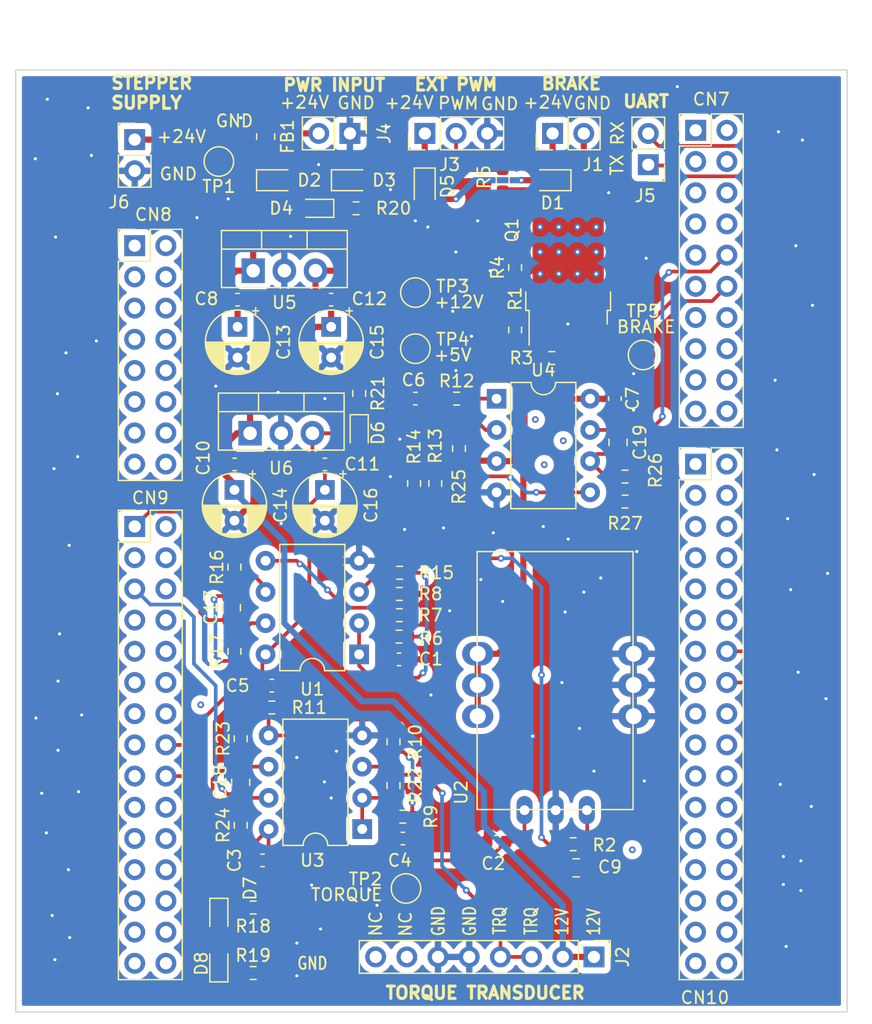
<source format=kicad_pcb>
(kicad_pcb (version 20211014) (generator pcbnew)
  (layers (0 "F.Cu" signal) (31 "B.Cu" signal) (34 "B.Paste" user) (35 "F.Paste" user) (36 "B.SilkS" user "B.Silkscreen") (37 "F.SilkS" user "F.Silkscreen") (38 "B.Mask" user) (39 "F.Mask" user) (44 "Edge.Cuts" user))
  (net 0 "")
  (net 1 "+24V")
  (net 2 "+12V")
  (net 3 "/Sensing/CURRENT_BUFF")
  (net 4 "/Sensing/CURRENT_SENSOR_OUTPUT")
  (net 5 "GND")
  (net 6 "/Sensing/ADC_CURRENT")
  (net 7 "Net-(C1-Pad1)")
  (net 8 "+5V")
  (net 9 "Net-(C4-Pad1)")
  (net 10 "Net-(C6-Pad1)")
  (net 11 "/Connectors/UART1_RX")
  (net 12 "/Connectors/PWM_BRAKE")
  (net 13 "/Sensing/V_SUPPLY_BUFF")
  (net 14 "/Sensing/ADC_V_SUPPLY")
  (net 23 "/Connectors/LED1")
  (net 25 "/Connectors/LED2")
  (net 50 "/Connectors/UART1_TX")
  (net 54 "Net-(D2-Pad1)")
  (net 65 "Net-(D4-Pad1)")
  (net 67 "Net-(D6-Pad1)")
  (net 93 "Net-(D7-Pad1)")
  (net 114 "Net-(D8-Pad1)")
  (net 115 "Net-(FB1-Pad1)")
  (net 116 "/Connectors/TORQUE")
  (net 117 "Net-(J3-Pad2)")
  (net 118 "Net-(R1-Pad2)")
  (net 119 "Net-(R4-Pad1)")
  (net 120 "/Sensing/TORQUE_BUFF")
  (net 121 "/Sensing/ADC_TORQUE")
  (net 124 "Net-(D1-Pad1)")
  (net 125 "Net-(R2-Pad1)")
  (net 126 "/Sensing/CURRENT_BUFF_ADC")
  (net 127 "/Sensing/CURRENT_BUFF_IN2-")
  (net 128 "/Sensing/TORQUE_BUFF_ADC")
  (net 129 "/Sensing/TORQUE_BUFF_IN2-")
  (net 130 "/Sensing/VOLTAGE_STEPPER_BUFF_ADC")
  (net 131 "/Sensing/VOLTAGE_STEPPER_BUFF_IN2-")
  (net 132 "Net-(D1-Pad2)")
  (footprint "Capacitor_SMD:C_0603_1608Metric" (layer "F.Cu") (at 159.258 90.424 -90)
    (fp_text reference "C7")
    (fp_text value "0.1u")
  )
  (footprint "Resistor_SMD:R_0603_1608Metric" (layer "F.Cu") (at 160.083 96.774)
    (fp_text reference "R26")
    (fp_text value "R")
  )
  (footprint "Resistor_SMD:R_0805_2012Metric" (layer "F.Cu") (at 130.81 69.088 -90)
    (fp_text reference "FB1")
    (fp_text value "FerriteBead")
  )
  (footprint "TestPoint:TestPoint_Pad_D2.0mm" (layer "F.Cu") (at 142.24 130.302)
    (fp_text reference "TP2")
    (fp_text value "TORQUE")
  )
  (footprint "Resistor_SMD:R_0603_1608Metric" (layer "F.Cu") (at 151.13 84.836 -90)
    (fp_text reference "R1")
    (fp_text value "10k")
  )
  (footprint "Resistor_SMD:R_0603_1608Metric" (layer "F.Cu") (at 146.367 90.424)
    (fp_text reference "R12")
    (fp_text value "10k")
  )
  (footprint "TestPoint:TestPoint_Pad_D2.0mm" (layer "F.Cu") (at 143.002 81.788)
    (fp_text reference "TP3")
    (fp_text value "12V")
  )
  (footprint "Capacitor_THT:CP_Radial_D5.0mm_P2.50mm" (layer "F.Cu") (at 136.144 84.582 -90)
    (fp_text reference "C15")
    (fp_text value "0.33u_DNP")
  )
  (footprint "LED_SMD:LED_0603_1608Metric" (layer "F.Cu") (at 127 132.588 -90)
    (fp_text reference "D7")
    (fp_text value "LED")
  )
  (footprint "Resistor_SMD:R_0603_1608Metric" (layer "F.Cu") (at 128.778 118.11 90)
    (fp_text reference "R23")
    (fp_text value "R")
  )
  (footprint "Resistor_SMD:R_0603_1608Metric" (layer "F.Cu") (at 146.558 94.488 -90)
    (fp_text reference "R25")
    (fp_text value "0")
  )
  (footprint "Sensing lib:LEM-CAS-6-NP" (layer "F.Cu") (at 154.432 112.776 90)
    (fp_text reference "U2")
    (fp_text value "LEM-CAS-6NP")
  )
  (footprint "Resistor_SMD:R_0603_1608Metric" (layer "F.Cu") (at 141.7 108.054 180)
    (fp_text reference "R7")
    (fp_text value "330k")
  )
  (footprint "Resistor_SMD:R_0603_1608Metric" (layer "F.Cu") (at 129.794 137.1855)
    (fp_text reference "R19")
    (fp_text value "330")
  )
  (footprint "Resistor_SMD:R_0603_1608Metric" (layer "F.Cu") (at 155.85 126.7 180)
    (fp_text reference "R2")
    (fp_text value "0")
  )
  (footprint "Resistor_SMD:R_0603_1608Metric" (layer "F.Cu") (at 141.7 106.325)
    (fp_text reference "R8")
    (fp_text value "620k")
  )
  (footprint "Capacitor_SMD:C_0805_2012Metric" (layer "F.Cu") (at 156.1 128.625)
    (fp_text reference "C9")
    (fp_text value "DNP")
  )
  (footprint "Resistor_SMD:R_0603_1608Metric" (layer "F.Cu") (at 141.224 118.364 90)
    (fp_text reference "R10")
    (fp_text value "330k")
  )
  (footprint "Capacitor_SMD:C_0805_2012Metric" (layer "F.Cu") (at 159.512 93.98 -90)
    (fp_text reference "C19")
    (fp_text value "C")
  )
  (footprint "Package_TO_SOT_THT:TO-220-3_Vertical" (layer "F.Cu") (at 129.794 80.01)
    (fp_text reference "U5")
    (fp_text value "LM7812_TO220")
  )
  (footprint "Capacitor_SMD:C_0603_1608Metric" (layer "F.Cu") (at 135.636 95.7835)
    (fp_text reference "C11")
    (fp_text value "0.1u")
  )
  (footprint "TestPoint:TestPoint_Pad_D2.0mm" (layer "F.Cu") (at 143.002 86.36)
    (fp_text reference "TP4")
    (fp_text value "5V")
  )
  (footprint "Package_TO_SOT_THT:TO-220-3_Vertical" (layer "F.Cu") (at 129.54 93.2435)
    (fp_text reference "U6")
    (fp_text value "L7805")
  )
  (footprint "Resistor_SMD:R_0603_1608Metric" (layer "F.Cu") (at 131.318 115.57)
    (fp_text reference "R11")
    (fp_text value "620k")
  )
  (footprint "LED_SMD:LED_0603_1608Metric" (layer "F.Cu") (at 134.874 74.93 180)
    (fp_text reference "D4")
    (fp_text value "LED_RED")
  )
  (footprint "Resistor_SMD:R_0603_1608Metric" (layer "F.Cu") (at 141.986 124.46 180)
    (fp_text reference "R9")
    (fp_text value "10k")
  )
  (footprint "Package_DIP:DIP-8_W7.62mm" (layer "F.Cu") (at 149.616 90.434)
    (fp_text reference "U4")
    (fp_text value "LM358P")
  )
  (footprint "Connector_PinHeader_2.54mm:PinHeader_1x08_P2.54mm_Vertical" (layer "F.Cu") (at 157.55 135.875 -90)
    (fp_text reference "J2")
    (fp_text value "Conn_01x08")
  )
  (footprint "Connector_PinHeader_2.54mm:PinHeader_1x02_P2.54mm_Vertical" (layer "F.Cu") (at 137.673 68.834 -90)
    (fp_text reference "J4")
    (fp_text value "Conn_01x02")
  )
  (footprint "Capacitor_SMD:C_0805_2012Metric" (layer "F.Cu") (at 128.016 107.442 90)
    (fp_text reference "C17")
    (fp_text value "C")
  )
  (footprint "LED_SMD:LED_0603_1608Metric" (layer "F.Cu") (at 127 136.4235 90)
    (fp_text reference "D8")
    (fp_text value "LED")
  )
  (footprint "Resistor_SMD:R_0603_1608Metric" (layer "F.Cu") (at 150.114 72.644 90)
    (fp_text reference "R5")
    (fp_text value "0")
  )
  (footprint "Resistor_SMD:R_0603_1608Metric" (layer "F.Cu") (at 138.43 90.0045 90)
    (fp_text reference "R21")
    (fp_text value "1k")
  )
  (footprint "Resistor_SMD:R_0603_1608Metric" (layer "F.Cu") (at 138.176 74.93)
    (fp_text reference "R20")
    (fp_text value "5k1")
  )
  (footprint "Diode_SMD:D_SOD-323" (layer "F.Cu") (at 154.178 72.644 180)
    (fp_text reference "D1")
    (fp_text value "DIODE")
  )
  (footprint "Resistor_SMD:R_0603_1608Metric" (layer "F.Cu") (at 128.27 104.14 90)
    (fp_text reference "R16")
    (fp_text value "R")
  )
  (footprint "Capacitor_THT:CP_Radial_D5.0mm_P2.50mm" (layer "F.Cu") (at 135.636 97.854888 -90)
    (fp_text reference "C16")
    (fp_text value "0.1u_DNP")
  )
  (footprint "TestPoint:TestPoint_Pad_D2.0mm" (layer "F.Cu") (at 127 71.12)
    (fp_text reference "TP1")
    (fp_text value "24V")
  )
  (footprint "Capacitor_THT:CP_Radial_D5.0mm_P2.50mm" (layer "F.Cu") (at 128.27 97.854888 -90)
    (fp_text reference "C14")
    (fp_text value "0.1u_DNP")
  )
  (footprint "Diode_SMD:D_SOD-323" (layer "F.Cu") (at 131.572 72.644)
    (fp_text reference "D2")
    (fp_text value "DIODE")
  )
  (footprint "Package_TO_SOT_SMD:TO-252-2" (layer "F.Cu") (at 155.448 80.772 90)
    (fp_text reference "Q1")
    (fp_text value "Q_NMOS_DGS")
  )
  (footprint "Resistor_SMD:R_0603_1608Metric" (layer "F.Cu") (at 141.725 104.6)
    (fp_text reference "R15")
    (fp_text value "0")
  )
  (footprint "Resistor_SMD:R_0603_1608Metric" (layer "F.Cu") (at 141.224 121.92 90)
    (fp_text reference "R22")
    (fp_text value "0")
  )
  (footprint "Resistor_SMD:R_0603_1608Metric" (layer "F.Cu") (at 142.9 97.325 90)
    (fp_text reference "R14")
    (fp_text value "100k")
  )
  (footprint "Capacitor_SMD:C_0603_1608Metric" (layer "F.Cu") (at 131.318 113.792)
    (fp_text reference "C5")
    (fp_text value "0.1u")
  )
  (footprint "Resistor_SMD:R_0603_1608Metric" (layer "F.Cu") (at 144.625 97.325 -90)
    (fp_text reference "R13")
    (fp_text value "620k")
  )
  (footprint "Resistor_SMD:R_0603_1608Metric" (layer "F.Cu") (at 128.778 125.159 90)
    (fp_text reference "R24")
    (fp_text value "R")
  )
  (footprint "Capacitor_SMD:C_0603_1608Metric" (layer "F.Cu") (at 128.524 82.367)
    (fp_text reference "C8")
    (fp_text value "0.33u")
  )
  (footprint "Connector_PinHeader_2.54mm:PinHeader_1x02_P2.54mm_Vertical" (layer "F.Cu") (at 120.142 69.337)
    (fp_text reference "J6")
    (fp_text value "Stepper supply")
  )
  (footprint "Capacitor_THT:CP_Radial_D5.0mm_P2.50mm" (layer "F.Cu") (at 128.524 84.582 -90)
    (fp_text reference "C13")
    (fp_text value "0.33u_DNP")
  )
  (footprint "Package_DIP:DIP-8_W7.62mm" (layer "F.Cu") (at 138.674 125.466 180)
    (fp_text reference "U3")
    (fp_text value "LM358P")
  )
  (footprint "Diode_SMD:D_SOD-323" (layer "F.Cu") (at 137.668 72.644)
    (fp_text reference "D3")
    (fp_text value "D_Zener")
  )
  (footprint "Resistor_SMD:R_0603_1608Metric" (layer "F.Cu") (at 151.13 79.756 90)
    (fp_text reference "R4")
    (fp_text value "0")
  )
  (footprint "Resistor_SMD:R_0603_1608Metric" (layer "F.Cu") (at 141.675 109.8)
    (fp_text reference "R6")
    (fp_text value "10k")
  )
  (footprint "Capacitor_SMD:C_0603_1608Metric" (layer "F.Cu") (at 136.144 82.367)
    (fp_text reference "C12")
    (fp_text value "0.1u")
  )
  (footprint "Capacitor_SMD:C_0603_1608Metric" (layer "F.Cu") (at 130.556 128.016 180)
    (fp_text reference "C3")
    (fp_text value "0.1u")
  )
  (footprint "Capacitor_SMD:C_0603_1608Metric" (layer "F.Cu") (at 141.675 111.65)
    (fp_text reference "C1")
    (fp_text value "100n")
  )
  (footprint "Package_DIP:DIP-8_W7.62mm" (layer "F.Cu") (at 138.42 111.242 180)
    (fp_text reference "U1")
    (fp_text value "LM358P")
  )
  (footprint "Resistor_SMD:R_0603_1608Metric" (layer "F.Cu") (at 160.083 98.806)
    (fp_text reference "R27")
    (fp_text value "R")
  )
  (footprint "Capacitor_SMD:C_0603_1608Metric" (layer "F.Cu") (at 128.283 95.7835)
    (fp_text reference "C10")
    (fp_text value "0.33u")
  )
  (footprint "Connector_PinHeader_2.54mm:PinHeader_1x02_P2.54mm_Vertical" (layer "F.Cu") (at 161.975 71.379 180)
    (fp_text reference "J5")
    (fp_text value "UART Connector")
  )
  (footprint "Capacitor_SMD:C_0603_1608Metric" (layer "F.Cu") (at 141.986 126.238 180)
    (fp_text reference "C4")
    (fp_text value "100n")
  )
  (footprint "Capacitor_SMD:C_0603_1608Metric" (layer "F.Cu") (at 149.606 126.492 180)
    (fp_text reference "C2")
    (fp_text value "0.1u")
  )
  (footprint "Diode_SMD:D_SOD-323" (layer "F.Cu") (at 143.764 73.152 -90)
    (fp_text reference "D5")
    (fp_text value "DIODE")
  )
  (footprint "Capacitor_SMD:C_0805_2012Metric" (layer "F.Cu") (at 128.778 121.666 90)
    (fp_text reference "C18")
    (fp_text value "C")
  )
  (footprint "LED_SMD:LED_0603_1608Metric" (layer "F.Cu") (at 138.43 93.218 -90)
    (fp_text reference "D6")
    (fp_text value "LED_GREEN")
  )
  (footprint "Connector_PinHeader_2.54mm:PinHeader_1x02_P2.54mm_Vertical" (layer "F.Cu") (at 154.178 68.834 90)
    (fp_text reference "J1")
    (fp_text value "Brake connector")
  )
  (footprint "Connector_PinHeader_2.54mm:PinHeader_1x03_P2.54mm_Vertical" (layer "F.Cu") (at 143.779 68.834 90)
    (fp_text reference "J3")
    (fp_text value "PWM module connector")
  )
  (footprint "Capacitor_SMD:C_0603_1608Metric" (layer "F.Cu") (at 143.002 90.424 180)
    (fp_text reference "C6")
    (fp_text value "100n")
  )
  (footprint "Resistor_SMD:R_0603_1608Metric" (layer "F.Cu") (at 129.794 131.8515)
    (fp_text reference "R18")
    (fp_text value "510")
  )
  (footprint "TestPoint:TestPoint_Pad_D2.0mm" (layer "F.Cu") (at 161.544 86.868)
    (fp_text reference "TP5")
    (fp_text value "BRAKE")
  )
  (footprint "Resistor_SMD:R_0603_1608Metric" (layer "F.Cu") (at 154.115 87.122 180)
    (fp_text reference "R3")
    (fp_text value "47")
  )
  (footprint "Resistor_SMD:R_0603_1608Metric" (layer "F.Cu") (at 128.27 110.998 90)
    (fp_text reference "R17")
    (fp_text value "R")
  )
  (footprint "Connector_PinHeader_2.54mm:PinHeader_2x17_P2.54mm_Vertical" (layer "B.Cu") (at 168.33 95.753 180)
    (fp_text reference "CN10")
    (fp_text value "Conn_02x17_Odd_Even")
  )
  (footprint "Connector_PinHeader_2.54mm:PinHeader_2x15_P2.54mm_Vertical" (layer "B.Cu") (at 122.687 100.833 180)
    (fp_text reference "CN9")
    (fp_text value "Conn_02x15_Odd_Even")
  )
  (footprint "Connector_PinHeader_2.54mm:PinHeader_2x08_P2.54mm_Vertical" (layer "B.Cu") (at 122.682 77.973 180)
    (fp_text reference "CN8")
    (fp_text value "Conn_02x08_Odd_Even")
  )
  (footprint "Connector_PinHeader_2.54mm:PinHeader_2x10_P2.54mm_Vertical" (layer "B.Cu") (at 168.402 68.58 180)
    (fp_text reference "CN7")
    (fp_text value "Conn_02x10_Odd_Even")
  )
  (gr_rect (start 110.46 63.667) (end 178.166 140.358) (layer "Edge.Cuts") (width 0.1) (fill none))
  (gr_text "STEPPER \nSUPPLY" (at 118.11 65.532) (layer "F.SilkS") (effects (font (size 1 1) (thickness 0.25)) (justify left)))
  (gr_text "GND\n" (at 144.875 132.95 90) (layer "F.SilkS") (effects (font (size 1 0.8))))
  (gr_text "BRAKE" (at 155.702 64.77) (layer "F.SilkS") (effects (font (size 1 1) (thickness 0.25))))
  (gr_text "TRQ\n" (at 149.875 132.925 90) (layer "F.SilkS") (effects (font (size 1 0.8))))
  (gr_text "+24V" (at 123.952 69.088) (layer "F.SilkS") (effects (font (size 1 1))))
  (gr_text "GND\n" (at 157.425 66.375) (layer "F.SilkS") (effects (font (size 1 1))))
  (gr_text "+12V\n" (at 146.558 82.55) (layer "F.SilkS") (effects (font (size 1 1))))
  (gr_text "GND\n" (at 149.875 66.425) (layer "F.SilkS") (effects (font (size 1 1))))
  (gr_text "+5V\n" (at 146.05 86.868) (layer "F.SilkS") (effects (font (size 1 1))))
  (gr_text "TORQUE\n" (at 137.414 130.81) (layer "F.SilkS") (effects (font (size 1 1))))
  (gr_text "PWM\n" (at 146.5 66.375) (layer "F.SilkS") (effects (font (size 1 1))))
  (gr_text "NC" (at 142.2 133.2 90) (layer "F.SilkS") (effects (font (size 1 1))))
  (gr_text "TORQUE TRANSDUCER " (at 149.075 138.8) (layer "F.SilkS") (effects (font (size 1 1) (thickness 0.25))))
  (gr_text "GND\n" (at 134.62 136.398) (layer "F.SilkS") (effects (font (size 1 0.8))))
  (gr_text "NC" (at 139.775 133.175 90) (layer "F.SilkS") (effects (font (size 1 1))))
  (gr_text "+24V" (at 153.8 66.3) (layer "F.SilkS") (effects (font (size 1 1))))
  (gr_text "GND\n" (at 128.27 67.818) (layer "F.SilkS") (effects (font (size 1 1))))
  (gr_text "TX" (at 159.425 71.4 90) (layer "F.SilkS") (effects (font (size 1 1))))
  (gr_text "GND\n" (at 147.425 132.95 90) (layer "F.SilkS") (effects (font (size 1 0.8))))
  (gr_text "12V" (at 157.525 133.025 90) (layer "F.SilkS") (effects (font (size 1 0.8))))
  (gr_text "UART" (at 161.798 66.225) (layer "F.SilkS") (effects (font (size 1 1) (thickness 0.25))))
  (gr_text "PWR INPUT" (at 136.398 64.9) (layer "F.SilkS") (effects (font (size 1 1) (thickness 0.25))))
  (gr_text "BRAKE\n" (at 161.798 84.582) (layer "F.SilkS") (effects (font (size 1 1))))
  (gr_text "12V" (at 154.95 133 90) (layer "F.SilkS") (effects (font (size 1 0.8))))
  (gr_text "GND\n" (at 138.175 66.35) (layer "F.SilkS") (effects (font (size 1 1))))
  (gr_text "EXT PWM" (at 146.304 64.85) (layer "F.SilkS") (effects (font (size 1 1) (thickness 0.25))))
  (gr_text "GND\n" (at 123.698 72.136) (layer "F.SilkS") (effects (font (size 1 1))))
  (gr_text "RX" (at 159.475 68.825 90) (layer "F.SilkS") (effects (font (size 1 1))))
  (gr_text "+24V" (at 133.975 66.3) (layer "F.SilkS") (effects (font (size 1 1))))
  (gr_text "+24V" (at 142.5 66.325) (layer "F.SilkS") (effects (font (size 1 1))))
  (gr_text "TRQ\n" (at 152.425 132.95 90) (layer "F.SilkS") (effects (font (size 1 0.8))))
  (via (at 160.675 127.15) (size 0.55) (drill 0.25) (layers "F.Cu" "B.Cu") (net 0))
  (via (at 152.775 92.125) (size 0.55) (drill 0.25) (layers "F.Cu" "B.Cu") (net 0))
  (via (at 125.525 115.35) (size 0.55) (drill 0.25) (layers "F.Cu" "B.Cu") (net 0))
  (via (at 153.5 95.8) (size 0.55) (drill 0.25) (layers "F.Cu" "B.Cu") (net 0))
  (via (at 155.05 93.85) (size 0.55) (drill 0.25) (layers "F.Cu" "B.Cu") (net 0))
  (segment (start 143.764 68.849) (end 143.779 68.834) (width 0.5) (layer "F.Cu") (net 1))
  (segment (start 134.0865 74.93) (end 130.57 74.93) (width 0.5) (layer "F.Cu") (net 1))
  (segment (start 136.618 72.644) (end 138.087 71.175) (width 0.5) (layer "F.Cu") (net 1))
  (segment (start 140.175 76.25) (end 135.25 76.25) (width 0.5) (layer "F.Cu") (net 1))
  (segment (start 150.836 95.514) (end 149.616 95.514) (width 0.5) (layer "F.Cu") (net 1))
  (segment (start 158.259 90.434) (end 158.275 90.45) (width 0.5) (layer "F.Cu") (net 1))
  (segment (start 127.749 80.676) (end 128.415 80.01) (width 0.5) (layer "F.Cu") (net 1))
  (segment (start 136.618 72.644) (end 134.579 72.644) (width 0.5) (layer "F.Cu") (net 1))
  (segment (start 138.087 71.175) (end 143.455 71.175) (width 0.5) (layer "F.Cu") (net 1))
  (segment (start 127.762 71.882) (end 127 71.12) (width 0.5) (layer "F.Cu") (net 1))
  (segment (start 135.25 76.25) (end 134.0865 75.0865) (width 0.5) (layer "F.Cu") (net 1))
  (segment (start 127.762 71.882) (end 127.762 72.136) (width 0.5) (layer "F.Cu") (net 1))
  (segment (start 149.616 95.514) (end 149.577 95.475) (width 0.5) (layer "F.Cu") (net 1))
  (segment (start 130.57 74.93) (end 129.794 75.706) (width 0.5) (layer "F.Cu") (net 1))
  (segment (start 128.415 80.01) (end 129.794 80.01) (width 0.5) (layer "F.Cu") (net 1))
  (segment (start 127.749 82.367) (end 127.749 80.676) (width 0.5) (layer "F.Cu") (net 1))
  (segment (start 133.594 72.644) (end 132.622 72.644) (width 0.5) (layer "F.Cu") (net 1))
  (segment (start 149.577 95.475) (end 146.529 95.475) (width 0.5) (layer "F.Cu") (net 1))
  (segment (start 157.236 90.434) (end 158.259 90.434) (width 0.5) (layer "F.Cu") (net 1))
  (segment (start 143.764 70.866) (end 143.764 68.849) (width 0.5) (layer "F.Cu") (net 1))
  (segment (start 120.142 69.337) (end 125.217 69.337) (width 0.5) (layer "F.Cu") (net 1))
  (segment (start 134.0865 75.0865) (end 134.0865 74.93) (width 0.5) (layer "F.Cu") (net 1))
  (segment (start 129.794 75.706) (end 129.794 80.01) (width 0.5) (layer "F.Cu") (net 1))
  (segment (start 151.8 96.15) (end 151 95.35) (width 0.5) (layer "F.Cu") (net 1))
  (segment (start 127.724 72.174) (end 130.48 74.93) (width 0.5) (layer "F.Cu") (net 1))
  (segment (start 148.082 113.736) (end 148.082 111.196) (width 0.5) (layer "F.Cu") (net 1))
  (segment (start 148.082 111.196) (end 149.729 111.196) (width 0.5) (layer "F.Cu") (net 1))
  (segment (start 157.236 90.434) (end 154.359 90.434) (width 0.5) (layer "F.Cu") (net 1))
  (segment (start 158.457 90.45) (end 159.258 89.649) (width 0.5) (layer "F.Cu") (net 1))
  (segment (start 143.455 71.175) (end 143.764 70.866) (width 0.5) (layer "F.Cu") (net 1))
  (segment (start 128.524 83.142) (end 128.524 84.582) (width 0.5) (layer "F.Cu") (net 1))
  (segment (start 134.0865 73.1365) (end 133.594 72.644) (width 0.5) (layer "F.Cu") (net 1))
  (segment (start 151.892 94.458) (end 151.892 90.424) (width 0.5) (layer "F.Cu") (net 1))
  (segment (start 151.902 90.434) (end 151.892 90.424) (width 0.5) (layer "F.Cu") (net 1))
  (segment (start 149.729 111.196) (end 151.8 109.125) (width 0.5) (layer "F.Cu") (net 1))
  (segment (start 134.579 72.644) (end 134.0865 73.1365) (width 0.5) (layer "F.Cu") (net 1))
  (segment (start 158.275 90.45) (end 158.457 90.45) (width 0.5) (layer "F.Cu") (net 1))
  (segment (start 143.764 71.848) (end 143.764 70.866) (width 0.5) (layer "F.Cu") (net 1))
  (segment (start 125.217 69.337) (end 127 71.12) (width 0.5) (layer "F.Cu") (net 1))
  (segment (start 151 95.35) (end 150.836 95.514) (width 0.5) (layer "F.Cu") (net 1))
  (segment (start 151.892 90.424) (end 151.892 87.967) (width 0.5) (layer "F.Cu") (net 1))
  (segment (start 151.892 87.967) (end 140.175 76.25) (width 0.5) (layer "F.Cu") (net 1))
  (segment (start 127.749 82.367) (end 128.524 83.142) (width 0.5) (layer "F.Cu") (net 1))
  (segment (start 151.8 109.125) (end 151.8 96.15) (width 0.5) (layer "F.Cu") (net 1))
  (segment (start 151 95.35) (end 151.892 94.458) (width 0.5) (layer "F.Cu") (net 1))
  (segment (start 148.082 113.736) (end 148.082 116.276) (width 0.5) (layer "F.Cu") (net 1))
  (segment (start 127.724 72.174) (end 127.762 72.136) (width 0.5) (layer "F.Cu") (net 1))
  (segment (start 154.359 90.434) (end 151.892 87.967) (width 0.5) (layer "F.Cu") (net 1))
  (segment (start 130.48 74.93) (end 130.57 74.93) (width 0.5) (layer "F.Cu") (net 1))
  (segment (start 134.0865 74.93) (end 134.0865 73.1365) (width 0.5) (layer "F.Cu") (net 1))
  (segment (start 136.144 84.582) (end 136.144 83.142) (width 0.5) (layer "F.Cu") (net 2))
  (segment (start 127.508 94.192) (end 127.508 95.7835) (width 0.5) (layer "F.Cu") (net 2))
  (segment (start 128.27 97.854888) (end 128.27 97.395) (width 0.5) (layer "F.Cu") (net 2))
  (segment (start 136.144 84.582) (end 134.843 84.582) (width 0.5) (layer "F.Cu") (net 2))
  (segment (start 134.843 84.582) (end 129.54 89.885) (width 0.5) (layer "F.Cu") (net 2))
  (segment (start 137.935 80.01) (end 134.874 80.01) (width 0.5) (layer "F.Cu") (net 2))
  (segment (start 134.874 81.872) (end 135.369 82.367) (width 0.5) (layer "F.Cu") (net 2))
  (segment (start 143.002 81.788) (end 139.713 81.788) (width 0.5) (layer "F.Cu") (net 2))
  (segment (start 129.54 89.885) (end 129.54 93.2435) (width 0.5) (layer "F.Cu") (net 2))
  (segment (start 127.508 96.633) (end 127.508 95.7835) (width 0.5) (layer "F.Cu") (net 2))
  (segment (start 128.27 97.395) (end 127.508 96.633) (width 0.5) (layer "F.Cu") (net 2))
  (segment (start 134.874 80.01) (end 134.874 81.872) (width 0.5) (layer "F.Cu") (net 2))
  (segment (start 139.713 81.788) (end 137.935 80.01) (width 0.5) (layer "F.Cu") (net 2))
  (segment (start 129.54 93.2435) (end 128.4565 93.2435) (width 0.5) (layer "F.Cu") (net 2))
  (segment (start 128.4565 93.2435) (end 127.508 94.192) (width 0.5) (layer "F.Cu") (net 2))
  (segment (start 155.01 135.875) (end 157.55 135.875) (width 0.5) (layer "F.Cu") (net 2))
  (segment (start 136.144 83.142) (end 135.369 82.367) (width 0.5) (layer "F.Cu") (net 2))
  (segment (start 132.334 102.108) (end 132.334 108.712) (width 0.5) (layer "B.Cu") (net 2))
  (segment (start 128.27 97.854888) (end 128.27 98.044) (width 0.5) (layer "B.Cu") (net 2))
  (segment (start 141.224 115.062) (end 148.59 122.428) (width 0.5) (layer "B.Cu") (net 2))
  (segment (start 148.59 122.428) (end 148.59 125.222) (width 0.5) (layer "B.Cu") (net 2))
  (segment (start 138.684 115.062) (end 141.224 115.062) (width 0.5) (layer "B.Cu") (net 2))
  (segment (start 128.27 98.044) (end 132.334 102.108) (width 0.5) (layer "B.Cu") (net 2))
  (segment (start 132.334 108.712) (end 138.684 115.062) (width 0.5) (layer "B.Cu") (net 2))
  (segment (start 155.01 131.642) (end 155.01 135.875) (width 0.5) (layer "B.Cu") (net 2))
  (segment (start 148.59 125.222) (end 155.01 131.642) (width 0.5) (layer "B.Cu") (net 2))
  (segment (start 143.625 112.75) (end 143.225 113.15) (width 0.3) (layer "F.Cu") (net 3))
  (segment (start 143.525 109.775) (end 143.5 109.8) (width 0.3) (layer "F.Cu") (net 3))
  (segment (start 139.4 113.15) (end 138.42 112.17) (width 0.3) (layer "F.Cu") (net 3))
  (segment (start 143.225 113.15) (end 139.4 113.15) (width 0.3) (layer "F.Cu") (net 3))
  (segment (start 142.463 109.813) (end 142.45 109.8) (width 0.3) (layer "F.Cu") (net 3))
  (segment (start 143.5 104.6) (end 142.55 104.6) (width 0.3) (layer "F.Cu") (net 3))
  (segment (start 138.42 111.242) (end 138.42 108.702) (width 0.3) (layer "F.Cu") (net 3))
  (segment (start 138.42 112.17) (end 138.42 111.242) (width 0.3) (layer "F.Cu") (net 3))
  (segment (start 143.8 104.9) (end 143.5 104.6) (width 0.3) (layer "F.Cu") (net 3))
  (segment (start 143.5 109.8) (end 142.5 109.8) (width 0.3) (layer "F.Cu") (net 3))
  (via (at 143.625 112.75) (size 0.55) (drill 0.25) (layers "F.Cu" "B.Cu") (net 3))
  (via (at 143.8 104.9) (size 0.55) (drill 0.25) (layers "F.Cu" "B.Cu") (net 3))
  (via (at 143.525 109.775) (size 0.55) (drill 0.25) (layers "F.Cu" "B.Cu") (net 3))
  (segment (start 143.85 112.525) (end 143.625 112.75) (width 0.3) (layer "B.Cu") (net 3))
  (segment (start 143.925 105.025) (end 143.8 104.9) (width 0.3) (layer "B.Cu") (net 3))
  (segment (start 143.525 109.775) (end 143.925 109.375) (width 0.3) (layer "B.Cu") (net 3))
  (segment (start 143.525 109.775) (end 143.85 110.1) (width 0.3) (layer "B.Cu") (net 3))
  (segment (start 143.925 109.375) (end 143.925 105.025) (width 0.3) (layer "B.Cu") (net 3))
  (segment (start 143.85 110.1) (end 143.85 112.525) (width 0.3) (layer "B.Cu") (net 3))
  (segment (start 153.825 126.7) (end 153.275 126.15) (width 0.3) (layer "F.Cu") (net 4))
  (segment (start 149.975 103.425) (end 141.6 103.425) (width 0.3) (layer "F.Cu") (net 4))
  (segment (start 139.982 104.6) (end 140.9 104.6) (width 0.3) (layer "F.Cu") (net 4))
  (segment (start 140.9 104.125) (end 140.9 104.6) (width 0.3) (layer "F.Cu") (net 4))
  (segment (start 138.42 106.162) (end 139.982 104.6) (width 0.3) (layer "F.Cu") (net 4))
  (segment (start 155.15 128.625) (end 155.15 126.825) (width 0.3) (layer "F.Cu") (net 4))
  (segment (start 155.025 126.7) (end 153.825 126.7) (width 0.3) (layer "F.Cu") (net 4))
  (segment (start 141.6 103.425) (end 140.9 104.125) (width 0.3) (layer "F.Cu") (net 4))
  (segment (start 155.15 126.825) (end 155.025 126.7) (width 0.3) (layer "F.Cu") (net 4))
  (via (at 153.275 112.917) (size 0.55) (drill 0.25) (layers "F.Cu" "B.Cu") (net 4))
  (via (at 149.975 103.425) (size 0.55) (drill 0.25) (layers "F.Cu" "B.Cu") (net 4))
  (via (at 153.275 126.15) (size 0.55) (drill 0.25) (layers "F.Cu" "B.Cu") (net 4))
  (segment (start 153.275 111.575) (end 153.275 112.917) (width 0.3) (layer "B.Cu") (net 4))
  (segment (start 153.275 112.917) (end 153.275 126.15) (width 0.3) (layer "B.Cu") (net 4))
  (segment (start 149.975 103.425) (end 150.925 103.425) (width 0.3) (layer "B.Cu") (net 4))
  (segment (start 153.275 105.775) (end 153.275 111.575) (width 0.3) (layer "B.Cu") (net 4))
  (segment (start 150.925 103.425) (end 153.275 105.775) (width 0.3) (layer "B.Cu") (net 4))
  (via (at 155.448 101.854) (size 0.55) (drill 0.25) (layers "F.Cu" "B.Cu") (net 5))
  (via (at 116.625 70.625) (size 0.55) (drill 0.25) (layers "F.Cu" "B.Cu") (net 5))
  (via (at 132.334 84.582) (size 0.55) (drill 0.25) (layers "F.Cu" "B.Cu") (net 5))
  (via (at 126.746 89.408) (size 0.55) (drill 0.25) (layers "F.Cu" "B.Cu") (net 5))
  (via (at 133.35 137.414) (size 0.55) (drill 0.25) (layers "F.Cu" "B.Cu") (net 5))
  (via (at 133.35 119.634) (size 0.55) (drill 0.25) (layers "F.Cu" "B.Cu") (net 5))
  (via (at 112.95 125.775) (size 0.55) (drill 0.25) (layers "F.Cu" "B.Cu") (net 5))
  (via (at 173.99 77.978) (size 0.55) (drill 0.25) (layers "F.Cu" "B.Cu") (net 5))
  (via (at 113.9 113.425) (size 0.55) (drill 0.25) (layers "F.Cu" "B.Cu") (net 5))
  (via (at 172.575 68.7) (size 0.55) (drill 0.25) (layers "F.Cu" "B.Cu") (net 5))
  (via (at 112.575 122.55) (size 0.55) (drill 0.25) (layers "F.Cu" "B.Cu") (net 5))
  (via (at 114.55 86.7) (size 0.55) (drill 0.25) (layers "F.Cu" "B.Cu") (net 5))
  (via (at 113.65 136.1) (size 0.55) (drill 0.25) (layers "F.Cu" "B.Cu") (net 5))
  (via (at 164.338 65.024) (size 0.55) (drill 0.25) (layers "F.Cu" "B.Cu") (net 5))
  (via (at 112.05 70.9) (size 0.55) (drill 0.25) (layers "F.Cu" "B.Cu") (net 5))
  (via (at 172.975 127.7) (size 0.55) (drill 0.25) (layers "F.Cu" "B.Cu") (net 5))
  (via (at 173.325 100.2) (size 0.55) (drill 0.25) (layers "F.Cu" "B.Cu") (net 5))
  (via (at 172.45 94.6) (size 0.55) (drill 0.25) (layers "F.Cu" "B.Cu") (net 5))
  (via (at 175.475 96.6) (size 0.55) (drill 0.25) (layers "F.Cu" "B.Cu") (net 5))
  (via (at 128.778 67.564) (size 0.55) (drill 0.25) (layers "F.Cu" "B.Cu") (net 5))
  (via (at 136.575 119.125) (size 0.55) (drill 0.25) (layers "F.Cu" "B.Cu") (net 5))
  (via (at 114.85 134.3) (size 0.55) (drill 0.25) (layers "F.Cu" "B.Cu") (net 5))
  (via (at 132.08 100.584) (size 0.55) (drill 0.25) (layers "F.Cu" "B.Cu") (net 5))
  (via (at 149.352 101.346) (size 0.55) (drill 0.25) (layers "F.Cu" "B.Cu") (net 5))
  (via (at 139.275 130.425) (size 0.55) (drill 0.25) (layers "F.Cu" "B.Cu") (net 5))
  (via (at 133.35 119.634) (size 0.55) (drill 0.25) (layers "F.Cu" "B.Cu") (net 5))
  (via (at 176.575 104.65) (size 0.55) (drill 0.25) (layers "F.Cu" "B.Cu") (net 5))
  (via (at 139.875 131.675) (size 0.55) (drill 0.25) (layers "F.Cu" "B.Cu") (net 5))
  (via (at 140.97 73.406) (size 0.55) (drill 0.25) (layers "F.Cu" "B.Cu") (net 5))
  (via (at 173.2 135.025) (size 0.55) (drill 0.25) (layers "F.Cu" "B.Cu") (net 5))
  (via (at 145.3 100.95) (size 0.55) (drill 0.25) (layers "F.Cu" "B.Cu") (net 5))
  (via (at 161.036 102.87) (size 0.55) (drill 0.25) (layers "F.Cu" "B.Cu") (net 5))
  (via (at 153.416 100.838) (size 0.55) (drill 0.25) (layers "F.Cu" "B.Cu") (net 5))
  (via (at 174.175 112.7) (size 0.55) (drill 0.25) (layers "F.Cu" "B.Cu") (net 5))
  (via (at 127.762 74.168) (size 0.55) (drill 0.25) (layers "F.Cu" "B.Cu") (net 5))
  (via (at 152.55 117.9) (size 0.55) (drill 0.25) (layers "F.Cu" "B.Cu") (net 5))
  (via (at 158.1 105.025) (size 0.55) (drill 0.25) (layers "F.Cu" "B.Cu") (net 5))
  (via (at 150.114 106.934) (size 0.55) (drill 0.25) (layers "F.Cu" "B.Cu") (net 5))
  (via (at 174.4 130.475) (size 0.55) (drill 0.25) (layers "F.Cu" "B.Cu") (net 5))
  (via (at 114.808 102.362) (size 0.55) (drill 0.25) (layers "F.Cu" "B.Cu") (net 5))
  (via (at 173.575 105.975) (size 0.55) (drill 0.25) (layers "F.Cu" "B.Cu") (net 5))
  (via (at 135.128 71.374) (size 0.55) (drill 0.25) (layers "F.Cu" "B.Cu") (net 5))
  (via (at 115.575 122.425) (size 0.55) (drill 0.25) (layers "F.Cu" "B.Cu") (net 5))
  (via (at 176.45 114.85) (size 0.55) (drill 0.25) (layers "F.Cu" "B.Cu") (net 5))
  (via (at 113.9 119.05) (size 0.55) (drill 0.25) (layers "F.Cu" "B.Cu") (net 5))
  (via (at 172.3 88.925) (size 0.55) (drill 0.25) (layers "F.Cu" "B.Cu") (net 5))
  (via (at 155.2 107.8) (size 0.55) (drill 0.25) (layers "F.Cu" "B.Cu") (net 5))
  (via (at 140.716 68.326) (size 0.55) (drill 0.25) (layers "F.Cu" "B.Cu") (net 5))
  (via (at 113.575 96.125) (size 0.55) (drill 0.25) (layers "F.Cu" "B.Cu") (net 5))
  (via (at 146.05 83.312) (size 0.55) (drill 0.25) (layers "F.Cu" "B.Cu") (net 5))
  (via (at 114.025 109.575) (size 0.55) (drill 0.25) (layers "F.Cu" "B.Cu") (net 5))
  (via (at 148.336 105.156) (size 0.55) (drill 0.25) (layers "F.Cu" "B.Cu") (net 5))
  (via (at 113.025 66.05) (size 0.55) (drill 0.25) (layers "F.Cu" "B.Cu") (net 5))
  (via (at 156.718 106.172) (size 0.55) (drill 0.25) (layers "F.Cu" "B.Cu") (net 5))
  (via (at 113.425 132.5) (size 0.55) (drill 0.25) (layers "F.Cu" "B.Cu") (net 5))
  (via (at 146.304 78.486) (size 0.55) (drill 0.25) (layers "F.Cu" "B.Cu") (net 5))
  (via (at 158.75 73.66) (size 0.55) (drill 0.25) (layers "F.Cu" "B.Cu") (net 5))
  (via (at 156.375 117.275) (size 0.55) (drill 0.25) (layers "F.Cu" "B.Cu") (net 5))
  (via (at 112.1 116.425) (size 0.55) (drill 0.25) (layers "F.Cu" "B.Cu") (net 5))
  (via (at 133.35 134.75) (size 0.55) (drill 0.25) (layers "F.Cu" "B.Cu") (net 5))
  (via (at 117.025 85.725) (size 0.55) (drill 0.25) (layers "F.Cu" "B.Cu") (net 5))
  (via (at 175.35 82.825) (size 0.55) (drill 0.25) (layers "F.Cu" "B.Cu") (net 5))
  (via (at 144.018 76.454) (size 0.55) (drill 0.25) (layers "F.Cu" "B.Cu") (net 5))
  (via (at 149.098 80.01) (size 0.55) (drill 0.25) (layers "F.Cu" "B.Cu") (net 5))
  (via (at 135.6 121.625) (size 0.55) (drill 0.25) (layers "F.Cu" "B.Cu") (net 5))
  (via (at 160.782 88.392) (size 0.55) (drill 0.25) (layers "F.Cu" "B.Cu") (net 5))
  (via (at 141.732 93.726) (size 0.55) (drill 0.25) (layers "F.Cu" "B.Cu") (net 5))
  (via (at 161.798 78.994) (size 0.55) (drill 0.25) (layers "F.Cu" "B.Cu") (net 5))
  (via (at 148.082 75.946) (size 0.55) (drill 0.25) (layers "F.Cu" "B.Cu") (net 5))
  (via (at 172.975 129.975) (size 0.55) (drill 0.25) (layers "F.Cu" "B.Cu") (net 5))
  (via (at 155.425 84.35) (size 0.55) (drill 0.25) (layers "F.Cu" "B.Cu") (net 5))
  (via (at 113.85 90.025) (size 0.55) (drill 0.25) (layers "F.Cu" "B.Cu") (net 5))
  (via (at 115.5 95.15) (size 0.55) (drill 0.25) (layers "F.Cu" "B.Cu") (net 5))
  (via (at 146.304 88.138) (size 0.55) (drill 0.25) (layers "F.Cu" "B.Cu") (net 5))
  (via (at 135.275 133.6) (size 0.55) (drill 0.25) (layers "F.Cu" "B.Cu") (net 5))
  (via (at 160.775 91.35) (size 0.55) (drill 0.25) (layers "F.Cu" "B.Cu") (net 5))
  (via (at 125.222 75.692) (size 0.55) (drill 0.25) (layers "F.Cu" "B.Cu") (net 5))
  (via (at 154.94 113.538) (size 0.55) (drill 0.25) (layers "F.Cu" "B.Cu") (net 5))
  (via (at 157.55 120.75) (size 0.55) (drill 0.25) (layers "F.Cu" "B.Cu") (net 5))
  (via (at 142.125 101.075) (size 0.55) (drill 0.25) (layers "F.Cu" "B.Cu") (net 5))
  (via (at 131.826 89.916) (size 0.55) (drill 0.25) (layers "F.Cu" "B.Cu") (net 5))
  (via (at 144.272 114.554) (size 0.55) (drill 0.25) (layers "F.Cu" "B.Cu") (net 5))
  (via (at 147.574 85.344) (size 0.55) (drill 0.25) (layers "F.Cu" "B.Cu") (net 5))
  (via (at 140.97 96.774) (size 0.55) (drill 0.25) (layers "F.Cu" "B.Cu") (net 5))
  (via (at 136.144 122.936) (size 0.55) (drill 0.25) (layers "F.Cu" "B.Cu") (net 5))
  (via (at 174.4 128.05) (size 0.55) (drill 0.25) (layers "F.Cu" "B.Cu") (net 5))
  (via (at 113.7 77.275) (size 0.55) (drill 0.25) (layers "F.Cu" "B.Cu") (net 5))
  (via (at 143.002 75.946) (size 0.55) (drill 0.25) (layers "F.Cu" "B.Cu") (net 5))
  (via (at 115.825 116.175) (size 0.55) (drill 0.25) (layers "F.Cu" "B.Cu") (net 5))
  (via (at 116.35 66.75) (size 0.55) (drill 0.25) (layers "F.Cu" "B.Cu") (net 5))
  (via (at 132.842 77.216) (size 0.55) (drill 0.25) (layers "F.Cu" "B.Cu") (net 5))
  (via (at 161.65 121.55) (size 0.55) (drill 0.25) (layers "F.Cu" "B.Cu") (net 5))
  (via (at 134.55 130.025) (size 0.55) (drill 0.25) (layers "F.Cu" "B.Cu") (net 5))
  (via (at 174.525 69.375) (size 0.55) (drill 0.25) (layers "F.Cu" "B.Cu") (net 5))
  (via (at 145.796 107.696) (size 0.55) (drill 0.25) (layers "F.Cu" "B.Cu") (net 5))
  (via (at 172.725 121.825) (size 0.55) (drill 0.25) (layers "F.Cu" "B.Cu") (net 5))
  (via (at 175.25 123.625) (size 0.55) (drill 0.25) (layers "F.Cu" "B.Cu") (net 5))
  (via (at 114.75 128.775) (size 0.55) (drill 0.25) (layers "F.Cu" "B.Cu") (net 5))
  (via (at 135.636 90.424) (size 0.55) (drill 0.25) (layers "F.Cu" "B.Cu") (net 5))
  (segment (start 140.875 108.054) (end 139.805978 108.054) (width 0.3) (layer "F.Cu") (net 6))
  (segment (start 137.3 107.45) (end 135.85 106) (width 0.3) (layer "F.Cu") (net 6))
  (segment (start 140.875 106.325) (end 140.875 108.054) (width 0.3) (layer "F.Cu") (net 6))
  (segment (start 139.201978 107.45) (end 137.3 107.45) (width 0.3) (layer "F.Cu") (net 6))
  (segment (start 139.805978 108.054) (end 139.201978 107.45) (width 0.3) (layer "F.Cu") (net 6))
  (segment (start 133.34 103.622) (end 130.8 103.622) (width 0.3) (layer "F.Cu") (net 6))
  (segment (start 133.604 103.886) (end 133.34 103.622) (width 0.3) (layer "F.Cu") (net 6))
  (via (at 133.604 103.886) (size 0.55) (drill 0.25) (layers "F.Cu" "B.Cu") (net 6))
  (via (at 135.85 106) (size 0.55) (drill 0.25) (layers "F.Cu" "B.Cu") (net 6))
  (segment (start 135.85 105.975) (end 135.85 106) (width 0.3) (layer "B.Cu") (net 6))
  (segment (start 133.761 103.886) (end 135.85 105.975) (width 0.3) (layer "B.Cu") (net 6))
  (segment (start 133.604 103.886) (end 133.761 103.886) (width 0.3) (layer "B.Cu") (net 6))
  (segment (start 140.9 109.85) (end 140.85 109.8) (width 0.3) (layer "F.Cu") (net 7))
  (segment (start 140.85 109.8) (end 140.85 109.729) (width 0.3) (layer "F.Cu") (net 7))
  (segment (start 140.85 109.729) (end 142.525 108.054) (width 0.3) (layer "F.Cu") (net 7))
  (segment (start 140.9 111.65) (end 140.9 109.85) (width 0.3) (layer "F.Cu") (net 7))
  (segment (start 138.43 94.0055) (end 138.4105 94.025) (width 0.3) (layer "F.Cu") (net 8))
  (segment (start 131.05 125.47) (end 131.05 127.735) (width 0.3) (layer "F.Cu") (net 8))
  (segment (start 137.25 94.025) (end 136.4815 93.2565) (width 0.3) (layer "F.Cu") (net 8))
  (segment (start 130.543 111.499) (end 130.8 111.242) (width 0.3) (layer "F.Cu") (net 8))
  (segment (start 140.725 88.637) (end 140.725 91.7105) (width 0.3) (layer "F.Cu") (net 8))
  (segment (start 136.4815 93.2435) (end 134.62 93.2435) (width 0.3) (layer "F.Cu") (net 8))
  (segment (start 151.892 125.733) (end 151.892 123.926) (width 0.3) (layer "F.Cu") (net 8))
  (segment (start 140.725 91.7105) (end 138.43 94.0055) (width 0.3) (layer "F.Cu") (net 8))
  (segment (start 135.636 96.5585) (end 135.636 97.854888) (width 0.3) (layer "F.Cu") (net 8))
  (segment (start 128.433 113.792) (end 125.85 116.375) (width 0.3) (layer "F.Cu") (net 8))
  (segment (start 135.636 97.854888) (end 134.366 99.124888) (width 0.3) (layer "F.Cu") (net 8))
  (segment (start 143.002 86.36) (end 140.725 88.637) (width 0.3) (layer "F.Cu") (net 8))
  (segment (start 138.4105 94.025) (end 137.25 94.025) (width 0.3) (layer "F.Cu") (net 8))
  (segment (start 125.85 116.375) (end 125.85 125.333193) (width 0.3) (layer "F.Cu") (net 8))
  (segment (start 150.381 126.492) (end 148.857 128.016) (width 0.3) (layer "F.Cu") (net 8))
  (segment (start 136.4815 93.2565) (end 136.4815 93.2435) (width 0.3) (layer "F.Cu") (net 8))
  (segment (start 151.133 126.492) (end 151.892 125.733) (width 0.3) (layer "F.Cu") (net 8))
  (segment (start 130.543 113.792) (end 128.433 113.792) (width 0.3) (layer "F.Cu") (net 8))
  (segment (start 134.62 95.5425) (end 134.861 95.7835) (width 0.3) (layer "F.Cu") (net 8))
  (segment (start 150.381 126.492) (end 151.133 126.492) (width 0.3) (layer "F.Cu") (net 8))
  (segment (start 134.366 99.124888) (end 134.366 107.676) (width 0.3) (layer "F.Cu") (net 8))
  (segment (start 125.85 125.333193) (end 127.291807 126.775) (width 0.3) (layer "F.Cu") (net 8))
  (segment (start 134.62 93.2435) (end 134.62 95.5425) (width 0.3) (layer "F.Cu") (net 8))
  (segment (start 129.745 126.775) (end 131.054 125.466) (width 0.3) (layer "F.Cu") (net 8))
  (segment (start 134.366 107.676) (end 130.8 111.242) (width 0.3) (layer "F.Cu") (net 8))
  (segment (start 127.291807 126.775) (end 129.745 126.775) (width 0.3) (layer "F.Cu") (net 8))
  (segment (start 131.05 127.735) (end 131.331 128.016) (width 0.3) (layer "F.Cu") (net 8))
  (segment (start 148.857 128.016) (end 131.331 128.016) (width 0.3) (layer "F.Cu") (net 8))
  (segment (start 131.054 125.466) (end 131.05 125.47) (width 0.3) (layer "F.Cu") (net 8))
  (segment (start 130.543 113.792) (end 130.543 111.499) (width 0.3) (layer "F.Cu") (net 8))
  (segment (start 134.861 95.7835) (end 135.636 96.5585) (width 0.3) (layer "F.Cu") (net 8))
  (segment (start 142.494 119.634) (end 142.049 119.189) (width 0.3) (layer "F.Cu") (net 9))
  (segment (start 142.75 123.325) (end 142.75 124.399) (width 0.3) (layer "F.Cu") (net 9))
  (segment (start 142.75 124.399) (end 142.811 124.46) (width 0.3) (layer "F.Cu") (net 9))
  (segment (start 142.811 124.46) (end 142.811 126.188) (width 0.3) (layer "F.Cu") (net 9))
  (segment (start 142.049 119.189) (end 141.224 119.189) (width 0.3) (layer "F.Cu") (net 9))
  (segment (start 142.811 126.188) (end 142.761 126.238) (width 0.3) (layer "F.Cu") (net 9))
  (via (at 142.494 119.634) (size 0.55) (drill 0.25) (layers "F.Cu" "B.Cu") (net 9))
  (via (at 142.75 123.325) (size 0.55) (drill 0.25) (layers "F.Cu" "B.Cu") (net 9))
  (segment (start 142.775 119.915) (end 142.775 123.3) (width 0.3) (layer "B.Cu") (net 9))
  (segment (start 142.494 119.634) (end 142.775 119.915) (width 0.3) (layer "B.Cu") (net 9))
  (segment (start 142.775 123.3) (end 142.75 123.325) (width 0.3) (layer "B.Cu") (net 9))
  (segment (start 144.65 96.475) (end 144.625 96.5) (width 0.3) (layer "F.Cu") (net 10))
  (segment (start 143.777 91.453) (end 144.65 92.326) (width 0.3) (layer "F.Cu") (net 10))
  (segment (start 144.65 92.326) (end 144.65 96.475) (width 0.3) (layer "F.Cu") (net 10))
  (segment (start 143.777 90.424) (end 143.777 91.453) (width 0.3) (layer "F.Cu") (net 10))
  (segment (start 143.777 90.424) (end 145.542 90.424) (width 0.3) (layer "F.Cu") (net 10))
  (segment (start 161.975 69.011) (end 162.814 69.85) (width 0.3) (layer "F.Cu") (net 11))
  (segment (start 169.926 69.85) (end 171.196 71.12) (width 0.3) (layer "F.Cu") (net 11))
  (segment (start 161.975 68.839) (end 161.975 69.011) (width 0.3) (layer "F.Cu") (net 11))
  (segment (start 171.196 112.014) (end 169.677 113.533) (width 0.3) (layer "F.Cu") (net 11))
  (segment (start 162.814 69.85) (end 169.926 69.85) (width 0.3) (layer "F.Cu") (net 11))
  (segment (start 169.677 113.533) (end 168.365 113.533) (width 0.3) (layer "F.Cu") (net 11))
  (segment (start 171.196 71.12) (end 171.196 112.014) (width 0.3) (layer "F.Cu") (net 11))
  (segment (start 161.29 87.122) (end 154.94 87.122) (width 0.3) (layer "F.Cu") (net 12))
  (segment (start 168.372 81.28) (end 167.172489 82.479511) (width 0.3) (layer "F.Cu") (net 12))
  (segment (start 167.172489 82.479511) (end 163.870489 82.479511) (width 0.3) (layer "F.Cu") (net 12))
  (segment (start 161.544 84.806) (end 161.544 86.868) (width 0.3) (layer "F.Cu") (net 12))
  (segment (start 161.544 86.868) (end 161.29 87.122) (width 0.3) (layer "F.Cu") (net 12))
  (segment (start 163.870489 82.479511) (end 161.544 84.806) (width 0.3) (layer "F.Cu") (net 12))
  (segment (start 148.149 90.424) (end 149.606 90.424) (width 0.3) (layer "F.Cu") (net 13))
  (segment (start 148.724 92.974) (end 148.149 92.399) (width 0.3) (layer "F.Cu") (net 13))
  (segment (start 149.616 92.974) (end 148.724 92.974) (width 0.3) (layer "F.Cu") (net 13))
  (segment (start 147.192 90.424) (end 148.149 90.424) (width 0.3) (layer "F.Cu") (net 13))
  (segment (start 149.606 90.424) (end 149.616 90.434) (width 0.3) (layer "F.Cu") (net 13))
  (segment (start 146.948 93.6) (end 148.149 92.399) (width 0.3) (layer "F.Cu") (net 13))
  (segment (start 146.304 93.6) (end 146.948 93.6) (width 0.3) (layer "F.Cu") (net 13))
  (segment (start 148.149 92.399) (end 148.149 90.424) (width 0.3) (layer "F.Cu") (net 13))
  (segment (start 150.625 96.75) (end 146.025 96.75) (width 0.3) (layer "F.Cu") (net 14))
  (segment (start 152.854 98.054) (end 157.236 98.054) (width 0.3) (layer "F.Cu") (net 14))
  (segment (start 152.85 98.05) (end 152.854 98.054) (width 0.3) (layer "F.Cu") (net 14))
  (segment (start 146.025 96.75) (end 144.625 98.15) (width 0.3) (layer "F.Cu") (net 14))
  (segment (start 150.725 96.85) (end 150.625 96.75) (width 0.3) (layer "F.Cu") (net 14))
  (segment (start 142.9 98.15) (end 144.625 98.15) (width 0.3) (layer "F.Cu") (net 14))
  (via (at 150.725 96.85) (size 0.55) (drill 0.25) (layers "F.Cu" "B.Cu") (net 14))
  (via (at 152.85 98.05) (size 0.55) (drill 0.25) (layers "F.Cu" "B.Cu") (net 14))
  (segment (start 152.825 98.075) (end 152.075 98.075) (width 0.3) (layer "B.Cu") (net 14))
  (segment (start 152.85 98.05) (end 152.825 98.075) (width 0.3) (layer "B.Cu") (net 14))
  (segment (start 152.075 98.075) (end 150.85 96.85) (width 0.3) (layer "B.Cu") (net 14))
  (segment (start 150.85 96.85) (end 150.725 96.85) (width 0.3) (layer "B.Cu") (net 14))
  (segment (start 125.222 132.697) (end 125.9005 133.3755) (width 0.3) (layer "F.Cu") (net 23))
  (segment (start 124.206 118.618) (end 125.222 119.634) (width 0.3) (layer "F.Cu") (net 23))
  (segment (start 125.9005 133.3755) (end 127 133.3755) (width 0.3) (layer "F.Cu") (net 23))
  (segment (start 122.687 118.613) (end 122.692 118.618) (width 0.3) (layer "F.Cu") (net 23))
  (segment (start 125.222 119.634) (end 125.222 132.697) (width 0.3) (layer "F.Cu") (net 23))
  (segment (start 122.692 118.618) (end 124.206 118.618) (width 0.3) (layer "F.Cu") (net 23))
  (segment (start 123.124 119.05) (end 122.687 118.613) (width 0.3) (layer "F.Cu") (net 23))
  (segment (start 126.889 135.525) (end 127 135.636) (width 0.3) (layer "F.Cu") (net 25))
  (segment (start 123.947 121.153) (end 124.46 121.666) (width 0.3) (layer "F.Cu") (net 25))
  (segment (start 124.46 121.666) (end 124.46 134.385) (width 0.3) (layer "F.Cu") (net 25))
  (segment (start 122.687 121.153) (end 123.947 121.153) (width 0.3) (layer "F.Cu") (net 25))
  (segment (start 124.46 134.385) (end 125.6 135.525) (width 0.3) (layer "F.Cu") (net 25))
  (segment (start 125.6 135.525) (end 126.889 135.525) (width 0.3) (layer "F.Cu") (net 25))
  (segment (start 170.425 72.325) (end 170.688 72.588) (width 0.3) (layer "F.Cu") (net 50))
  (segment (start 170.688 110.587) (end 170.282 110.993) (width 0.3) (layer "F.Cu") (net 50))
  (segment (start 170.282 110.993) (end 168.365 110.993) (width 0.3) (layer "F.Cu") (net 50))
  (segment (start 170.688 72.588) (end 170.688 110.587) (width 0.3) (layer "F.Cu") (net 50))
  (segment (start 161.975 71.45) (end 163.275 71.45) (width 0.3) (layer "F.Cu") (net 50))
  (segment (start 163.275 71.45) (end 164.15 72.325) (width 0.3) (layer "F.Cu") (net 50))
  (segment (start 164.15 72.325) (end 170.425 72.325) (width 0.3) (layer "F.Cu") (net 50))
  (segment (start 130.5 72.622) (end 130.522 72.644) (width 0.5) (layer "F.Cu") (net 54))
  (segment (start 130.5 70.3105) (end 130.5 72.622) (width 0.5) (layer "F.Cu") (net 54))
  (segment (start 130.81 70.0005) (end 130.5 70.3105) (width 0.5) (layer "F.Cu") (net 54))
  (segment (start 135.6615 74.93) (end 137.351 74.93) (width 0.3) (layer "F.Cu") (net 65))
  (segment (start 138.43 92.4305) (end 138.43 90.8295) (width 0.3) (layer "F.Cu") (net 67))
  (segment (start 127 131.8005) (end 128.918 131.8005) (width 0.3) (layer "F.Cu") (net 93))
  (segment (start 128.918 131.8005) (end 128.969 131.8515) (width 0.3) (layer "F.Cu") (net 93))
  (segment (start 127 137.211) (end 128.9435 137.211) (width 0.3) (layer "F.Cu") (net 114))
  (segment (start 128.9435 137.211) (end 128.969 137.1855) (width 0.3) (layer "F.Cu") (net 114))
  (segment (start 135.133 68.834) (end 133.184 68.834) (width 0.5) (layer "F.Cu") (net 115))
  (segment (start 133.184 68.834) (end 132.5255 68.1755) (width 0.5) (layer "F.Cu") (net 115))
  (segment (start 132.5255 68.1755) (end 130.81 68.1755) (width 0.5) (layer "F.Cu") (net 115))
  (segment (start 141.269 121.05) (end 141.224 121.095) (width 0.3) (layer "F.Cu") (net 116))
  (segment (start 145.2 122.55) (end 143.7 121.05) (width 0.3) (layer "F.Cu") (net 116))
  (segment (start 140.8 120.375) (end 140.789 120.386) (width 0.3) (layer "F.Cu") (net 116))
  (segment (start 141.224 120.799) (end 140.8 120.375) (width 0.3) (layer "F.Cu") (net 116))
  (segment (start 148.05 131.35) (end 149.93 133.23) (width 0.3) (layer "F.Cu") (net 116))
  (segment (start 143.7 121.05) (end 141.269 121.05) (width 0.3) (layer "F.Cu") (net 116))
  (segment (start 149.93 133.23) (end 149.93 135.875) (width 0.3) (layer "F.Cu") (net 116))
  (segment (start 147.15 130.45) (end 148.05 131.35) (width 0.3) (layer "F.Cu") (net 116))
  (segment (start 149.93 135.875) (end 152.47 135.875) (width 0.3) (layer "F.Cu") (net 116))
  (segment (start 140.789 120.386) (end 138.674 120.386) (width 0.3) (layer "F.Cu") (net 116))
  (segment (start 141.224 121.095) (end 141.224 120.799) (width 0.3) (layer "F.Cu") (net 116))
  (via (at 147.15 130.45) (size 0.55) (drill 0.25) (layers "F.Cu" "B.Cu") (net 116))
  (via (at 145.2 122.55) (size 0.55) (drill 0.25) (layers "F.Cu" "B.Cu") (net 116))
  (segment (start 145.175 128.475) (end 145.175 122.575) (width 0.3) (layer "B.Cu") (net 116))
  (segment (start 147.15 130.45) (end 145.175 128.475) (width 0.3) (layer "B.Cu") (net 116))
  (segment (start 145.175 122.575) (end 145.2 122.55) (width 0.3) (layer "B.Cu") (net 116))
  (segment (start 146.319 71.044) (end 146.319 68.834) (width 0.3) (layer "F.Cu") (net 117))
  (segment (start 150.114 71.819) (end 147.094 71.819) (width 0.3) (layer "F.Cu") (net 117))
  (segment (start 147.094 71.819) (end 146.319 71.044) (width 0.3) (layer "F.Cu") (net 117))
  (segment (start 153.29 85.094) (end 153.168 84.972) (width 0.3) (layer "F.Cu") (net 118))
  (segment (start 152.518 84.972) (end 153.168 84.972) (width 0.3) (layer "F.Cu") (net 118))
  (segment (start 151.13 85.661) (end 151.829 85.661) (width 0.3) (layer "F.Cu") (net 118))
  (segment (start 153.29 87.122) (end 153.29 85.094) (width 0.3) (layer "F.Cu") (net 118))
  (segment (start 151.829 85.661) (end 152.518 84.972) (width 0.3) (layer "F.Cu") (net 118))
  (segment (start 151.13 80.581) (end 151.829 80.581) (width 0.5) (layer "F.Cu") (net 119))
  (segment (start 153.738 78.672) (end 155.448 78.672) (width 0.5) (layer "F.Cu") (net 119))
  (segment (start 157.802 78.672) (end 155.448 78.672) (width 0.3) (layer "F.Cu") (net 119))
  (segment (start 155.443 78.677) (end 155.448 78.672) (width 0.5) (layer "F.Cu") (net 119))
  (segment (start 151.829 80.581) (end 153.738 78.672) (width 0.5) (layer "F.Cu") (net 119))
  (via (at 154.686 78.486) (size 0.55) (drill 0.25) (layers "F.Cu" "B.Cu") (net 119))
  (via (at 156.21 78.486) (size 0.55) (drill 0.25) (layers "F.Cu" "B.Cu") (net 119))
  (via (at 153.162 78.486) (size 0.55) (drill 0.25) (layers "F.Cu" "B.Cu") (net 119))
  (via (at 153.162 80.264) (size 0.55) (drill 0.25) (layers "F.Cu" "B.Cu") (net 119))
  (via (at 157.734 80.264) (size 0.55) (drill 0.25) (layers "F.Cu" "B.Cu") (net 119))
  (via (at 157.734 78.486) (size 0.55) (drill 0.25) (layers "F.Cu" "B.Cu") (net 119))
  (via (at 154.686 76.454) (size 0.55) (drill 0.25) (layers "F.Cu" "B.Cu") (net 119))
  (via (at 156.21 80.264) (size 0.55) (drill 0.25) (layers "F.Cu" "B.Cu") (net 119))
  (via (at 157.734 76.454) (size 0.55) (drill 0.25) (layers "F.Cu" "B.Cu") (net 119))
  (via (at 156.21 76.454) (size 0.55) (drill 0.25) (layers "F.Cu" "B.Cu") (net 119))
  (via (at 154.686 80.264) (size 0.55) (drill 0.25) (layers "F.Cu" "B.Cu") (net 119))
  (via (at 153.162 76.454) (size 0.55) (drill 0.25) (layers "F.Cu" "B.Cu") (net 119))
  (segment (start 141.044 122.925) (end 138.675 122.925) (width 0.3) (layer "F.Cu") (net 120))
  (segment (start 138.674 122.926) (end 138.674 125.466) (width 0.3) (layer "F.Cu") (net 120))
  (segment (start 141.161 124.46) (end 141.161 122.808) (width 0.3) (layer "F.Cu") (net 120))
  (segment (start 138.675 122.925) (end 138.674 122.926) (width 0.3) (layer "F.Cu") (net 120))
  (segment (start 141.161 122.808) (end 141.224 122.745) (width 0.3) (layer "F.Cu") (net 120))
  (segment (start 141.224 122.745) (end 141.044 122.925) (width 0.3) (layer "F.Cu") (net 120))
  (segment (start 140.235 116.55) (end 141.224 117.539) (width 0.3) (layer "F.Cu") (net 121))
  (segment (start 131.054 117.846) (end 131.054 116.131) (width 0.3) (layer "F.Cu") (net 121))
  (segment (start 131.054 117.846) (end 136.429 117.846) (width 0.3) (layer "F.Cu") (net 121))
  (segment (start 136.429 117.846) (end 137.725 116.55) (width 0.3) (layer "F.Cu") (net 121))
  (segment (start 137.725 116.55) (end 140.235 116.55) (width 0.3) (layer "F.Cu") (net 121))
  (segment (start 131.054 116.131) (end 130.493 115.57) (width 0.3) (layer "F.Cu") (net 121))
  (segment (start 150.114 75.946) (end 151.13 76.962) (width 0.5) (layer "F.Cu") (net 124))
  (segment (start 155.228 72.644) (end 155.228 71.972) (width 0.5) (layer "F.Cu") (net 124))
  (segment (start 150.114 73.469) (end 150.114 75.946) (width 0.5) (layer "F.Cu") (net 124))
  (segment (start 155.228 71.972) (end 156.718 70.482) (width 0.5) (layer "F.Cu") (net 124))
  (segment (start 156.718 70.482) (end 156.718 68.834) (width 0.5) (layer "F.Cu") (net 124))
  (segment (start 151.13 76.962) (end 151.13 78.931) (width 0.5) (layer "F.Cu") (net 124))
  (segment (start 150.114 73.469) (end 154.956 73.469) (width 0.5) (layer "F.Cu") (net 124))
  (segment (start 155.228 73.197) (end 155.228 72.644) (width 0.5) (layer "F.Cu") (net 124))
  (segment (start 154.956 73.469) (end 155.228 73.197) (width 0.5) (layer "F.Cu") (net 124))
  (segment (start 157 126.375) (end 157 123.954) (width 0.3) (layer "F.Cu") (net 125))
  (segment (start 156.675 126.7) (end 157 126.375) (width 0.3) (layer "F.Cu") (net 125))
  (segment (start 157 123.954) (end 156.972 123.926) (width 0.3) (layer "F.Cu") (net 125))
  (segment (start 128.27 110.173) (end 128.27 109.23) (width 0.3) (layer "F.Cu") (net 126))
  (segment (start 128.27 109.23) (end 128.27 108.646) (width 0.3) (layer "F.Cu") (net 126))
  (segment (start 124.875 99.625) (end 121.355 99.625) (width 0.3) (layer "F.Cu") (net 126))
  (segment (start 130.8 108.702) (end 129.623 108.702) (width 0.3) (layer "F.Cu") (net 126))
  (segment (start 129.623 108.702) (end 129.095 109.23) (width 0.3) (layer "F.Cu") (net 126))
  (segment (start 127.958 108.45) (end 126.1 108.45) (width 0.3) (layer "F.Cu") (net 126))
  (segment (start 125.476 107.826) (end 125.476 100.226) (width 0.3) (layer "F.Cu") (net 126))
  (segment (start 126.1 108.45) (end 125.476 107.826) (width 0.3) (layer "F.Cu") (net 126))
  (segment (start 128.016 108.392) (end 127.958 108.45) (width 0.3) (layer "F.Cu") (net 126))
  (segment (start 121.355 99.625) (end 120.147 100.833) (width 0.3) (layer "F.Cu") (net 126))
  (segment (start 129.095 109.23) (end 128.27 109.23) (width 0.3) (layer "F.Cu") (net 126))
  (segment (start 125.476 100.226) (end 124.875 99.625) (width 0.3) (layer "F.Cu") (net 126))
  (segment (start 128.27 108.646) (end 128.016 108.392) (width 0.3) (layer "F.Cu") (net 126))
  (segment (start 130.8 105.775) (end 129.99 104.965) (width 0.3) (layer "F.Cu") (net 127))
  (segment (start 128.222 111.775) (end 128.27 111.823) (width 0.3) (layer "F.Cu") (net 127))
  (segment (start 127 111.775) (end 128.222 111.775) (width 0.3) (layer "F.Cu") (net 127))
  (segment (start 128.016 105.219) (end 128.27 104.965) (width 0.3) (layer "F.Cu") (net 127))
  (segment (start 129.99 104.965) (end 128.27 104.965) (width 0.3) (layer "F.Cu") (net 127))
  (segment (start 128.016 106.492) (end 126.883 106.492) (width 0.3) (layer "F.Cu") (net 127))
  (segment (start 128.016 106.492) (end 128.016 105.219) (width 0.3) (layer "F.Cu") (net 127))
  (segment (start 130.8 106.162) (end 130.8 105.775) (width 0.3) (layer "F.Cu") (net 127))
  (segment (start 126.883 106.492) (end 126.6 106.775) (width 0.3) (layer "F.Cu") (net 127))
  (via (at 127 111.775) (size 0.55) (drill 0.25) (layers "F.Cu" "B.Cu") (net 127))
  (via (at 126.6 106.775) (size 0.55) (drill 0.25) (layers "F.Cu" "B.Cu") (net 127))
  (segment (start 126.724511 111.499511) (end 127 111.775) (width 0.3) (layer "B.Cu") (net 127))
  (segment (start 126.6 106.775) (end 126.724511 106.899511) (width 0.3) (layer "B.Cu") (net 127))
  (segment (start 126.724511 106.899511) (end 126.724511 111.499511) (width 0.3) (layer "B.Cu") (net 127))
  (segment (start 127.696 122.616) (end 128.778 122.616) (width 0.3) (layer "F.Cu") (net 128))
  (segment (start 127.254 122.174) (end 127.696 122.616) (width 0.3) (layer "F.Cu") (net 128))
  (segment (start 128.778 122.616) (end 129.087 122.925) (width 0.3) (layer "F.Cu") (net 128))
  (segment (start 128.778 124.334) (end 128.778 122.616) (width 0.3) (layer "F.Cu") (net 128))
  (segment (start 129.087 122.925) (end 131.053 122.925) (width 0.3) (layer "F.Cu") (net 128))
  (segment (start 131.053 122.925) (end 131.054 122.926) (width 0.3) (layer "F.Cu") (net 128))
  (via (at 127.254 122.174) (size 0.55) (drill 0.25) (layers "F.Cu" "B.Cu") (net 128))
  (segment (start 121.422 107.188) (end 120.147 105.913) (width 0.3) (layer "B.Cu") (net 128))
  (segment (start 124.968 112.014) (end 124.968 108.204) (width 0.3) (layer "B.Cu") (net 128))
  (segment (start 126.746 113.792) (end 124.968 112.014) (width 0.3) (layer "B.Cu") (net 128))
  (segment (start 123.952 107.188) (end 121.422 107.188) (width 0.3) (layer "B.Cu") (net 128))
  (segment (start 124.968 108.204) (end 123.952 107.188) (width 0.3) (layer "B.Cu") (net 128))
  (segment (start 126.746 121.666) (end 126.746 113.792) (width 0.3) (layer "B.Cu") (net 128))
  (segment (start 127.254 122.174) (end 126.746 121.666) (width 0.3) (layer "B.Cu") (net 128))
  (segment (start 128.778 125.984) (end 127.384 125.984) (width 0.3) (layer "F.Cu") (net 129))
  (segment (start 127.188 120.716) (end 126.492 121.412) (width 0.3) (layer "F.Cu") (net 129))
  (segment (start 128.778 120.716) (end 128.778 118.935) (width 0.3) (layer "F.Cu") (net 129))
  (segment (start 129.108 120.386) (end 131.054 120.386) (width 0.3) (layer "F.Cu") (net 129))
  (segment (start 128.778 120.716) (end 127.188 120.716) (width 0.3) (layer "F.Cu") (net 129))
  (segment (start 126.492 125.092) (end 127.384 125.984) (width 0.3) (layer "F.Cu") (net 129))
  (segment (start 127.384 125.984) (end 127 125.6) (width 0.3) (layer "F.Cu") (net 129))
  (segment (start 126.492 121.412) (end 126.492 125.092) (width 0.3) (layer "F.Cu") (net 129))
  (segment (start 128.778 120.716) (end 129.108 120.386) (width 0.3) (layer "F.Cu") (net 129))
  (segment (start 161.864 93.03) (end 160.98 93.03) (width 0.3) (layer "F.Cu") (net 130))
  (segment (start 162.306 97.408) (end 162.306 93.472) (width 0.3) (layer "F.Cu") (net 130))
  (segment (start 160.908 98.806) (end 162.306 97.408) (width 0.3) (layer "F.Cu") (net 130))
  (segment (start 162.095 93.03) (end 160.98 93.03) (width 0.3) (layer "F.Cu") (net 130))
  (segment (start 163.125 92) (end 162.095 93.03) (width 0.3) (layer "F.Cu") (net 130))
  (segment (start 159.457 92.975) (end 157.237 92.975) (width 0.3) (layer "F.Cu") (net 130))
  (segment (start 163.65 80.15) (end 163.725 80.075) (width 0.3) (layer "F.Cu") (net 130))
  (segment (start 163.725 80.075) (end 167.037 80.075) (width 0.3) (layer "F.Cu") (net 130))
  (segment (start 159.512 93.03) (end 159.457 92.975) (width 0.3) (layer "F.Cu") (net 130))
  (segment (start 163.125 91.875) (end 163.125 92) (width 0.3) (layer "F.Cu") (net 130))
  (segment (start 157.237 92.975) (end 157.236 92.974) (width 0.3) (layer "F.Cu") (net 130))
  (segment (start 160.98 93.03) (end 159.512 93.03) (width 0.3) (layer "F.Cu") (net 130))
  (segment (start 162.306 93.472) (end 161.864 93.03) (width 0.3) (layer "F.Cu") (net 130))
  (segment (start 167.037 80.075) (end 168.372 78.74) (width 0.3) (layer "F.Cu") (net 130))
  (via (at 163.65 80.15) (size 0.55) (drill 0.25) (layers "F.Cu" "B.Cu") (net 130))
  (via (at 163.125 91.875) (size 0.55) (drill 0.25) (layers "F.Cu" "B.Cu") (net 130))
  (segment (start 163.65 80.15) (end 163.125 80.675) (width 0.3) (layer "B.Cu") (net 130))
  (segment (start 163.125 80.675) (end 163.125 91.875) (width 0.3) (layer "B.Cu") (net 130))
  (segment (start 159.512 94.93) (end 159.258 95.184) (width 0.3) (layer "F.Cu") (net 131))
  (segment (start 157.82 94.93) (end 159.512 94.93) (width 0.3) (layer "F.Cu") (net 131))
  (segment (start 159.258 98.806) (end 159.258 96.774) (width 0.3) (layer "F.Cu") (net 131))
  (segment (start 157.236 95.514) (end 158.496 96.774) (width 0.3) (layer "F.Cu") (net 131))
  (segment (start 157.236 95.514) (end 157.82 94.93) (width 0.3) (layer "F.Cu") (net 131))
  (segment (start 158.496 96.774) (end 159.258 96.774) (width 0.3) (layer "F.Cu") (net 131))
  (segment (start 146.304 74.168) (end 143.798 74.168) (width 0.5) (layer "F.Cu") (net 132))
  (segment (start 154.178 70.447) (end 153.128 71.497) (width 0.5) (layer "F.Cu") (net 132))
  (segment (start 153.128 71.497) (end 153.128 72.644) (width 0.5) (layer "F.Cu") (net 132))
  (segment (start 153.128 72.644) (end 151.638 72.644) (width 0.5) (layer "F.Cu") (net 132))
  (segment (start 154.178 68.834) (end 154.178 70.447) (width 0.5) (layer "F.Cu") (net 132))
  (segment (start 143.798 74.168) (end 143.764 74.202) (width 0.5) (layer "F.Cu") (net 132))
  (via (at 146.304 74.168) (size 0.55) (drill 0.25) (layers "F.Cu" "B.Cu") (net 132))
  (via (at 151.638 72.644) (size 0.55) (drill 0.25) (layers "F.Cu" "B.Cu") (net 132))
  (segment (start 147.828 72.644) (end 146.304 74.168) (width 0.5) (layer "B.Cu") (net 132))
  (segment (start 151.638 72.644) (end 147.828 72.644) (width 0.5) (layer "B.Cu") (net 132))
  (zone (net 5) (net_name "GND") (layers F&B.Cu) (connect_pads (clearance 0.508)) (min_thickness 0.254) (fill yes (thermal_gap 0.508) (thermal_bridge_width 0.508))
    (polygon (pts (xy 180.132376 62.998416) (xy 180.207376 141.348416) (xy 109.2 141.225) (xy 109.175 62.975)))
  )
)
</source>
